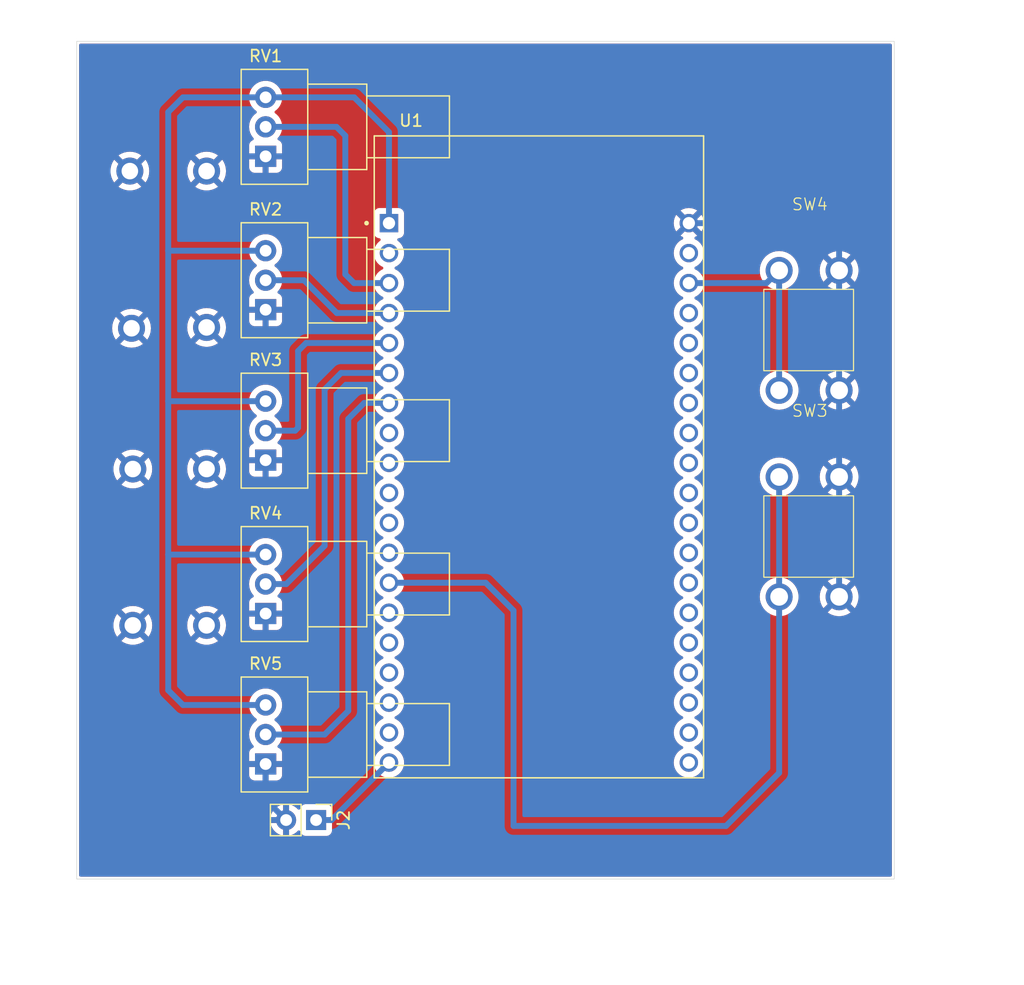
<source format=kicad_pcb>
(kicad_pcb (version 20240108) (generator "pcbnew") (generator_version "8.0")
  (layers (0 "F.Cu" signal) (31 "B.Cu" signal) (34 "B.Paste" user) (35 "F.Paste" user) (36 "B.SilkS" user "B.Silkscreen") (37 "F.SilkS" user "F.Silkscreen") (38 "B.Mask" user) (39 "F.Mask" user) (44 "Edge.Cuts" user))
  (net 0 "")
  (net 1 "GND")
  (net 3 "+5V")
  (net 4 "PINCH")
  (net 8 "Net-(U1-3V3)")
  (net 9 "Net-(U1-SENSOR_VP)")
  (net 10 "Net-(U1-SENSOR_VN)")
  (net 11 "Net-(U1-IO34)")
  (net 12 "Net-(U1-IO35)")
  (net 13 "Net-(U1-IO32)")
  (net 24 "CALIB")
  (footprint "ESP32:MODULE_ESP32-DEVKITC-32D" (layer "F.Cu") (at 156.9 81.42)
    (property "Reference" "U1" (at -10.829175 -28.446045 0) (layer "F.SilkS") (effects (font (size 1.000386 1.000386))))
    (property "Value" "ESP32-DEVKITC-32D")
    (fp_line (start -13.95 -27.15) (end 13.95 -27.15) (stroke (width 0.127)) (layer "F.SilkS"))
    (fp_line (start -13.95 27.25) (end -13.95 -27.15) (stroke (width 0.127)) (layer "F.SilkS"))
    (fp_line (start 13.95 -27.15) (end 13.95 27.25) (stroke (width 0.127)) (layer "F.SilkS"))
    (fp_line (start 13.95 27.25) (end -13.95 27.25) (stroke (width 0.127)) (layer "F.SilkS"))
    (fp_circle (center -14.6 -19.76) (end -14.5 -19.76) (stroke (width 0.2)) (fill none) (layer "F.SilkS"))
    (pad "J2-1" thru_hole rect (at -12.7 -19.76) (size 1.56 1.56) (drill 1.04) (layers "*.Cu" "*.Mask") (net 8 "Net-(U1-3V3)"))
    (pad "J2-2" thru_hole circle (at -12.7 -17.22) (size 1.56 1.56) (drill 1.04) (layers "*.Cu" "*.Mask"))
    (pad "J2-3" thru_hole circle (at -12.7 -14.68) (size 1.56 1.56) (drill 1.04) (layers "*.Cu" "*.Mask") (net 9 "Net-(U1-SENSOR_VP)"))
    (pad "J2-4" thru_hole circle (at -12.7 -12.14) (size 1.56 1.56) (drill 1.04) (layers "*.Cu" "*.Mask") (net 10 "Net-(U1-SENSOR_VN)"))
    (pad "J2-5" thru_hole circle (at -12.7 -9.6) (size 1.56 1.56) (drill 1.04) (layers "*.Cu" "*.Mask") (net 11 "Net-(U1-IO34)"))
    (pad "J2-6" thru_hole circle (at -12.7 -7.06) (size 1.56 1.56) (drill 1.04) (layers "*.Cu" "*.Mask") (net 12 "Net-(U1-IO35)"))
    (pad "J2-7" thru_hole circle (at -12.7 -4.52) (size 1.56 1.56) (drill 1.04) (layers "*.Cu" "*.Mask") (net 13 "Net-(U1-IO32)"))
    (pad "J2-8" thru_hole circle (at -12.7 -1.98) (size 1.56 1.56) (drill 1.04) (layers "*.Cu" "*.Mask"))
    (pad "J2-9" thru_hole circle (at -12.7 0.56) (size 1.56 1.56) (drill 1.04) (layers "*.Cu" "*.Mask"))
    (pad "J2-10" thru_hole circle (at -12.7 3.1) (size 1.56 1.56) (drill 1.04) (layers "*.Cu" "*.Mask"))
    (pad "J2-11" thru_hole circle (at -12.7 5.64) (size 1.56 1.56) (drill 1.04) (layers "*.Cu" "*.Mask"))
    (pad "J2-12" thru_hole circle (at -12.7 8.18) (size 1.56 1.56) (drill 1.04) (layers "*.Cu" "*.Mask"))
    (pad "J2-13" thru_hole circle (at -12.7 10.72) (size 1.56 1.56) (drill 1.04) (layers "*.Cu" "*.Mask") (net 24 "CALIB"))
    (pad "J2-14" thru_hole circle (at -12.7 13.26) (size 1.56 1.56) (drill 1.04) (layers "*.Cu" "*.Mask"))
    (pad "J2-15" thru_hole circle (at -12.7 15.8) (size 1.56 1.56) (drill 1.04) (layers "*.Cu" "*.Mask"))
    (pad "J2-16" thru_hole circle (at -12.7 18.34) (size 1.56 1.56) (drill 1.04) (layers "*.Cu" "*.Mask"))
    (pad "J2-17" thru_hole circle (at -12.7 20.88) (size 1.56 1.56) (drill 1.04) (layers "*.Cu" "*.Mask"))
    (pad "J2-18" thru_hole circle (at -12.7 23.42) (size 1.56 1.56) (drill 1.04) (layers "*.Cu" "*.Mask"))
    (pad "J2-19" thru_hole circle (at -12.7 25.96) (size 1.56 1.56) (drill 1.04) (layers "*.Cu" "*.Mask") (net 3 "+5V"))
    (pad "J3-1" thru_hole circle (at 12.7 -19.76) (size 1.56 1.56) (drill 1.04) (layers "*.Cu" "*.Mask") (net 1 "GND"))
    (pad "J3-2" thru_hole circle (at 12.7 -17.22) (size 1.56 1.56) (drill 1.04) (layers "*.Cu" "*.Mask"))
    (pad "J3-3" thru_hole circle (at 12.7 -14.68) (size 1.56 1.56) (drill 1.04) (layers "*.Cu" "*.Mask") (net 4 "PINCH"))
    (pad "J3-4" thru_hole circle (at 12.7 -12.14) (size 1.56 1.56) (drill 1.04) (layers "*.Cu" "*.Mask"))
    (pad "J3-5" thru_hole circle (at 12.7 -9.6) (size 1.56 1.56) (drill 1.04) (layers "*.Cu" "*.Mask"))
    (pad "J3-6" thru_hole circle (at 12.7 -7.06) (size 1.56 1.56) (drill 1.04) (layers "*.Cu" "*.Mask"))
    (pad "J3-7" thru_hole circle (at 12.7 -4.52) (size 1.56 1.56) (drill 1.04) (layers "*.Cu" "*.Mask"))
    (pad "J3-8" thru_hole circle (at 12.7 -1.98) (size 1.56 1.56) (drill 1.04) (layers "*.Cu" "*.Mask"))
    (pad "J3-9" thru_hole circle (at 12.7 0.56) (size 1.56 1.56) (drill 1.04) (layers "*.Cu" "*.Mask"))
    (pad "J3-10" thru_hole circle (at 12.7 3.1) (size 1.56 1.56) (drill 1.04) (layers "*.Cu" "*.Mask"))
    (pad "J3-11" thru_hole circle (at 12.7 5.64) (size 1.56 1.56) (drill 1.04) (layers "*.Cu" "*.Mask"))
    (pad "J3-12" thru_hole circle (at 12.7 8.18) (size 1.56 1.56) (drill 1.04) (layers "*.Cu" "*.Mask"))
    (pad "J3-13" thru_hole circle (at 12.7 10.72) (size 1.56 1.56) (drill 1.04) (layers "*.Cu" "*.Mask"))
    (pad "J3-14" thru_hole circle (at 12.7 13.26) (size 1.56 1.56) (drill 1.04) (layers "*.Cu" "*.Mask"))
    (pad "J3-15" thru_hole circle (at 12.7 15.8) (size 1.56 1.56) (drill 1.04) (layers "*.Cu" "*.Mask"))
    (pad "J3-16" thru_hole circle (at 12.7 18.34) (size 1.56 1.56) (drill 1.04) (layers "*.Cu" "*.Mask"))
    (pad "J3-17" thru_hole circle (at 12.7 20.88) (size 1.56 1.56) (drill 1.04) (layers "*.Cu" "*.Mask"))
    (pad "J3-18" thru_hole circle (at 12.7 23.42) (size 1.56 1.56) (drill 1.04) (layers "*.Cu" "*.Mask"))
    (pad "J3-19" thru_hole circle (at 12.7 25.96) (size 1.56 1.56) (drill 1.04) (layers "*.Cu" "*.Mask"))
  )
  (footprint "test_foot:THR_pin1" (layer "F.Cu") (at 128.75 57.25 90)
    (property "Reference" "J9" (hide yes))
    (property "Value" "Conn_01x01_Pin" (hide yes))
    (pad "1" thru_hole circle (at 0 0 90) (size 2.286 2.286) (drill 1.4) (layers "*.Cu" "*.Mask") (net 1 "GND"))
  )
  (footprint "Potentiometer_THT:Potentiometer_Alps_RK09Y11_Single_Horizontal" (layer "F.Cu") (at 133.75 56 180)
    (property "Reference" "RV1" (at 0 8.5 0) (layer "F.SilkS"))
    (property "Value" "R_Potentiometer")
    (fp_line (start 2.071 7.37) (end 2.071 -2.37) (stroke (width 0.12)) (layer "F.SilkS"))
    (fp_line (start 2.071 7.37) (end -3.57 7.37) (stroke (width 0.12)) (layer "F.SilkS"))
    (fp_line (start 2.071 -2.37) (end -3.57 -2.37) (stroke (width 0.12)) (layer "F.SilkS"))
    (fp_line (start -3.57 7.37) (end -3.57 -2.37) (stroke (width 0.12)) (layer "F.SilkS"))
    (fp_line (start -3.57 6.12) (end -8.57 6.12) (stroke (width 0.12)) (layer "F.SilkS"))
    (fp_line (start -3.57 -1.12) (end -8.57 -1.12) (stroke (width 0.12)) (layer "F.SilkS"))
    (fp_line (start -8.57 6.12) (end -8.57 -1.12) (stroke (width 0.12)) (layer "F.SilkS"))
    (fp_line (start -8.57 5.12) (end -15.57 5.12) (stroke (width 0.12)) (layer "F.SilkS"))
    (fp_line (start -8.57 -0.12) (end -15.57 -0.12) (stroke (width 0.12)) (layer "F.SilkS"))
    (fp_line (start -15.57 5.12) (end -15.57 -0.12) (stroke (width 0.12)) (layer "F.SilkS"))
    (pad "1" thru_hole rect (at 0 0) (size 1.8 1.8) (drill 1) (layers "*.Cu" "*.Mask") (net 1 "GND"))
    (pad "2" thru_hole circle (at 0 2.5) (size 1.8 1.8) (drill 1) (layers "*.Cu" "*.Mask") (net 9 "Net-(U1-SENSOR_VP)"))
    (pad "3" thru_hole circle (at 0 5) (size 1.8 1.8) (drill 1) (layers "*.Cu" "*.Mask") (net 8 "Net-(U1-3V3)"))
  )
  (footprint "test_foot:THR_pin1" (layer "F.Cu") (at 128.75 70.5)
    (property "Reference" "J7" (hide yes))
    (property "Value" "Conn_01x01_Pin" (hide yes))
    (pad "1" thru_hole circle (at 0 0) (size 2.286 2.286) (drill 1.4) (layers "*.Cu" "*.Mask") (net 1 "GND"))
  )
  (footprint "test_foot:THR_pin1" (layer "F.Cu") (at 122.5 82.5 90)
    (property "Reference" "J1" (hide yes))
    (property "Value" "Conn_01x01_Pin" (hide yes))
    (pad "1" thru_hole circle (at 0 0 90) (size 2.286 2.286) (drill 1.4) (layers "*.Cu" "*.Mask") (net 1 "GND"))
  )
  (footprint "test_foot:THR_pin1" (layer "F.Cu") (at 128.75 82.5 90)
    (property "Reference" "J6" (hide yes))
    (property "Value" "Conn_01x01_Pin" (hide yes))
    (pad "1" thru_hole circle (at 0 0 90) (size 2.286 2.286) (drill 1.4) (layers "*.Cu" "*.Mask") (net 1 "GND"))
  )
  (footprint "test_foot:THR_pin1" (layer "F.Cu") (at 122.25 57.25 90)
    (property "Reference" "J5" (hide yes))
    (property "Value" "Conn_01x01_Pin" (hide yes))
    (pad "1" thru_hole circle (at 0 0 90) (size 2.286 2.286) (drill 1.4) (layers "*.Cu" "*.Mask") (net 1 "GND"))
  )
  (footprint "test_foot:button_4pin" (layer "F.Cu") (at 177.25 83.17)
    (property "Reference" "SW3" (at 2.6 -5.6 0) (layer "F.SilkS") (effects (font (thickness 0.1))))
    (property "Value" "SW_MEC_5E")
    (fp_rect (start -1.3 1.6) (end 6.3 8.5) (stroke (width 0.1)) (fill none) (layer "F.SilkS"))
    (pad "1" thru_hole circle (at 0 0) (size 2.286 2.286) (drill 1.5) (layers "*.Cu" "*.Mask") (net 24 "CALIB"))
    (pad "2" thru_hole circle (at 0 10.16) (size 2.286 2.286) (drill 1.5) (layers "*.Cu" "*.Mask") (net 24 "CALIB"))
    (pad "3" thru_hole circle (at 5.08 0) (size 2.286 2.286) (drill 1.5) (layers "*.Cu" "*.Mask") (net 1 "GND"))
    (pad "4" thru_hole circle (at 5.08 10.16) (size 2.286 2.286) (drill 1.5) (layers "*.Cu" "*.Mask") (net 1 "GND"))
  )
  (footprint "test_foot:THR_pin1" (layer "F.Cu") (at 122.392 70.572)
    (property "Reference" "J3" (hide yes))
    (property "Value" "Conn_01x01_Pin" (hide yes))
    (pad "1" thru_hole circle (at 0 0) (size 2.286 2.286) (drill 1.4) (layers "*.Cu" "*.Mask") (net 1 "GND"))
  )
  (footprint "test_foot:THR_pin1" (layer "F.Cu") (at 128.75 95.75 90)
    (property "Reference" "J4" (hide yes))
    (property "Value" "Conn_01x01_Pin" (hide yes))
    (pad "1" thru_hole circle (at 0 0 90) (size 2.286 2.286) (drill 1.4) (layers "*.Cu" "*.Mask") (net 1 "GND"))
  )
  (footprint "Potentiometer_THT:Potentiometer_Alps_RK09Y11_Single_Horizontal" (layer "F.Cu") (at 133.75 69 180)
    (property "Reference" "RV2" (at 0 8.5 0) (layer "F.SilkS"))
    (property "Value" "R_Potentiometer")
    (fp_line (start 2.071 7.37) (end 2.071 -2.37) (stroke (width 0.12)) (layer "F.SilkS"))
    (fp_line (start 2.071 7.37) (end -3.57 7.37) (stroke (width 0.12)) (layer "F.SilkS"))
    (fp_line (start 2.071 -2.37) (end -3.57 -2.37) (stroke (width 0.12)) (layer "F.SilkS"))
    (fp_line (start -3.57 7.37) (end -3.57 -2.37) (stroke (width 0.12)) (layer "F.SilkS"))
    (fp_line (start -3.57 6.12) (end -8.57 6.12) (stroke (width 0.12)) (layer "F.SilkS"))
    (fp_line (start -3.57 -1.12) (end -8.57 -1.12) (stroke (width 0.12)) (layer "F.SilkS"))
    (fp_line (start -8.57 6.12) (end -8.57 -1.12) (stroke (width 0.12)) (layer "F.SilkS"))
    (fp_line (start -8.57 5.12) (end -15.57 5.12) (stroke (width 0.12)) (layer "F.SilkS"))
    (fp_line (start -8.57 -0.12) (end -15.57 -0.12) (stroke (width 0.12)) (layer "F.SilkS"))
    (fp_line (start -15.57 5.12) (end -15.57 -0.12) (stroke (width 0.12)) (layer "F.SilkS"))
    (pad "1" thru_hole rect (at 0 0) (size 1.8 1.8) (drill 1) (layers "*.Cu" "*.Mask") (net 1 "GND"))
    (pad "2" thru_hole circle (at 0 2.5) (size 1.8 1.8) (drill 1) (layers "*.Cu" "*.Mask") (net 10 "Net-(U1-SENSOR_VN)"))
    (pad "3" thru_hole circle (at 0 5) (size 1.8 1.8) (drill 1) (layers "*.Cu" "*.Mask") (net 8 "Net-(U1-3V3)"))
  )
  (footprint "Connector_PinHeader_2.54mm:PinHeader_1x02_P2.54mm_Vertical" (layer "F.Cu") (at 138.025 112.25 -90)
    (property "Reference" "J2" (at 0 -2.33 90) (layer "F.SilkS"))
    (property "Value" "Conn_01x02_Pin")
    (fp_line (start -1.33 3.87) (end 1.33 3.87) (stroke (width 0.12)) (layer "F.SilkS"))
    (fp_line (start -1.33 1.27) (end -1.33 3.87) (stroke (width 0.12)) (layer "F.SilkS"))
    (fp_line (start -1.33 1.27) (end 1.33 1.27) (stroke (width 0.12)) (layer "F.SilkS"))
    (fp_line (start 1.33 1.27) (end 1.33 3.87) (stroke (width 0.12)) (layer "F.SilkS"))
    (fp_line (start -1.33 0) (end -1.33 -1.33) (stroke (width 0.12)) (layer "F.SilkS"))
    (fp_line (start -1.33 -1.33) (end 0 -1.33) (stroke (width 0.12)) (layer "F.SilkS"))
    (pad "1" thru_hole rect (at 0 0 270) (size 1.7 1.7) (drill 1) (layers "*.Cu" "*.Mask") (net 3 "+5V"))
    (pad "2" thru_hole oval (at 0 2.54 270) (size 1.7 1.7) (drill 1) (layers "*.Cu" "*.Mask") (net 1 "GND"))
  )
  (footprint "Potentiometer_THT:Potentiometer_Alps_RK09Y11_Single_Horizontal" (layer "F.Cu") (at 133.75 81.75 180)
    (property "Reference" "RV3" (at 0 8.5 0) (layer "F.SilkS"))
    (property "Value" "R_Potentiometer")
    (fp_line (start 2.071 7.37) (end 2.071 -2.37) (stroke (width 0.12)) (layer "F.SilkS"))
    (fp_line (start 2.071 7.37) (end -3.57 7.37) (stroke (width 0.12)) (layer "F.SilkS"))
    (fp_line (start 2.071 -2.37) (end -3.57 -2.37) (stroke (width 0.12)) (layer "F.SilkS"))
    (fp_line (start -3.57 7.37) (end -3.57 -2.37) (stroke (width 0.12)) (layer "F.SilkS"))
    (fp_line (start -3.57 6.12) (end -8.57 6.12) (stroke (width 0.12)) (layer "F.SilkS"))
    (fp_line (start -3.57 -1.12) (end -8.57 -1.12) (stroke (width 0.12)) (layer "F.SilkS"))
    (fp_line (start -8.57 6.12) (end -8.57 -1.12) (stroke (width 0.12)) (layer "F.SilkS"))
    (fp_line (start -8.57 5.12) (end -15.57 5.12) (stroke (width 0.12)) (layer "F.SilkS"))
    (fp_line (start -8.57 -0.12) (end -15.57 -0.12) (stroke (width 0.12)) (layer "F.SilkS"))
    (fp_line (start -15.57 5.12) (end -15.57 -0.12) (stroke (width 0.12)) (layer "F.SilkS"))
    (pad "1" thru_hole rect (at 0 0) (size 1.8 1.8) (drill 1) (layers "*.Cu" "*.Mask") (net 1 "GND"))
    (pad "2" thru_hole circle (at 0 2.5) (size 1.8 1.8) (drill 1) (layers "*.Cu" "*.Mask") (net 11 "Net-(U1-IO34)"))
    (pad "3" thru_hole circle (at 0 5) (size 1.8 1.8) (drill 1) (layers "*.Cu" "*.Mask") (net 8 "Net-(U1-3V3)"))
  )
  (footprint "Potentiometer_THT:Potentiometer_Alps_RK09Y11_Single_Horizontal" (layer "F.Cu") (at 133.75 94.75 180)
    (property "Reference" "RV4" (at 0 8.5 0) (layer "F.SilkS"))
    (property "Value" "R_Potentiometer")
    (fp_line (start 2.071 7.37) (end 2.071 -2.37) (stroke (width 0.12)) (layer "F.SilkS"))
    (fp_line (start 2.071 7.37) (end -3.57 7.37) (stroke (width 0.12)) (layer "F.SilkS"))
    (fp_line (start 2.071 -2.37) (end -3.57 -2.37) (stroke (width 0.12)) (layer "F.SilkS"))
    (fp_line (start -3.57 7.37) (end -3.57 -2.37) (stroke (width 0.12)) (layer "F.SilkS"))
    (fp_line (start -3.57 6.12) (end -8.57 6.12) (stroke (width 0.12)) (layer "F.SilkS"))
    (fp_line (start -3.57 -1.12) (end -8.57 -1.12) (stroke (width 0.12)) (layer "F.SilkS"))
    (fp_line (start -8.57 6.12) (end -8.57 -1.12) (stroke (width 0.12)) (layer "F.SilkS"))
    (fp_line (start -8.57 5.12) (end -15.57 5.12) (stroke (width 0.12)) (layer "F.SilkS"))
    (fp_line (start -8.57 -0.12) (end -15.57 -0.12) (stroke (width 0.12)) (layer "F.SilkS"))
    (fp_line (start -15.57 5.12) (end -15.57 -0.12) (stroke (width 0.12)) (layer "F.SilkS"))
    (pad "1" thru_hole rect (at 0 0) (size 1.8 1.8) (drill 1) (layers "*.Cu" "*.Mask") (net 1 "GND"))
    (pad "2" thru_hole circle (at 0 2.5) (size 1.8 1.8) (drill 1) (layers "*.Cu" "*.Mask") (net 12 "Net-(U1-IO35)"))
    (pad "3" thru_hole circle (at 0 5) (size 1.8 1.8) (drill 1) (layers "*.Cu" "*.Mask") (net 8 "Net-(U1-3V3)"))
  )
  (footprint "test_foot:THR_pin1" (layer "F.Cu") (at 122.5 95.75 90)
    (property "Reference" "J8" (hide yes))
    (property "Value" "Conn_01x01_Pin" (hide yes))
    (pad "1" thru_hole circle (at 0 0 90) (size 2.286 2.286) (drill 1.4) (layers "*.Cu" "*.Mask") (net 1 "GND"))
  )
  (footprint "test_foot:button_4pin" (layer "F.Cu") (at 177.25 65.67)
    (property "Reference" "SW4" (at 2.6 -5.6 0) (layer "F.SilkS") (effects (font (thickness 0.1))))
    (property "Value" "SW_MEC_5E")
    (fp_rect (start -1.3 1.6) (end 6.3 8.5) (stroke (width 0.1)) (fill none) (layer "F.SilkS"))
    (pad "1" thru_hole circle (at 0 0) (size 2.286 2.286) (drill 1.5) (layers "*.Cu" "*.Mask") (net 4 "PINCH"))
    (pad "2" thru_hole circle (at 0 10.16) (size 2.286 2.286) (drill 1.5) (layers "*.Cu" "*.Mask") (net 4 "PINCH"))
    (pad "3" thru_hole circle (at 5.08 0) (size 2.286 2.286) (drill 1.5) (layers "*.Cu" "*.Mask") (net 1 "GND"))
    (pad "4" thru_hole circle (at 5.08 10.16) (size 2.286 2.286) (drill 1.5) (layers "*.Cu" "*.Mask") (net 1 "GND"))
  )
  (footprint "Potentiometer_THT:Potentiometer_Alps_RK09Y11_Single_Horizontal" (layer "F.Cu") (at 133.75 107.5 180)
    (property "Reference" "RV5" (at 0 8.5 0) (layer "F.SilkS"))
    (property "Value" "R_Potentiometer")
    (fp_line (start 2.071 7.37) (end 2.071 -2.37) (stroke (width 0.12)) (layer "F.SilkS"))
    (fp_line (start 2.071 7.37) (end -3.57 7.37) (stroke (width 0.12)) (layer "F.SilkS"))
    (fp_line (start 2.071 -2.37) (end -3.57 -2.37) (stroke (width 0.12)) (layer "F.SilkS"))
    (fp_line (start -3.57 7.37) (end -3.57 -2.37) (stroke (width 0.12)) (layer "F.SilkS"))
    (fp_line (start -3.57 6.12) (end -8.57 6.12) (stroke (width 0.12)) (layer "F.SilkS"))
    (fp_line (start -3.57 -1.12) (end -8.57 -1.12) (stroke (width 0.12)) (layer "F.SilkS"))
    (fp_line (start -8.57 6.12) (end -8.57 -1.12) (stroke (width 0.12)) (layer "F.SilkS"))
    (fp_line (start -8.57 5.12) (end -15.57 5.12) (stroke (width 0.12)) (layer "F.SilkS"))
    (fp_line (start -8.57 -0.12) (end -15.57 -0.12) (stroke (width 0.12)) (layer "F.SilkS"))
    (fp_line (start -15.57 5.12) (end -15.57 -0.12) (stroke (width 0.12)) (layer "F.SilkS"))
    (pad "1" thru_hole rect (at 0 0) (size 1.8 1.8) (drill 1) (layers "*.Cu" "*.Mask") (net 1 "GND"))
    (pad "2" thru_hole circle (at 0 2.5) (size 1.8 1.8) (drill 1) (layers "*.Cu" "*.Mask") (net 13 "Net-(U1-IO32)"))
    (pad "3" thru_hole circle (at 0 5) (size 1.8 1.8) (drill 1) (layers "*.Cu" "*.Mask") (net 8 "Net-(U1-3V3)"))
  )
  (gr_rect (start 117.75 46.25) (end 187 117.25) (stroke (width 0.05)) (fill none) (layer "Edge.Cuts"))
  (segment (start 182.33 63.08) (end 180.91 61.66) (width 0.5) (layer "B.Cu") (net 1))
  (segment (start 180.91 61.66) (end 169.6 61.66) (width 0.5) (layer "B.Cu") (net 1))
  (segment (start 182.33 65.67) (end 182.33 93.33) (width 0.5) (layer "B.Cu") (net 1))
  (segment (start 135.485 112.25) (end 133.75 110.515) (width 0.5) (layer "B.Cu") (net 1))
  (segment (start 133.75 110.515) (end 133.75 107.5) (width 0.5) (layer "B.Cu") (net 1))
  (segment (start 182.33 65.67) (end 182.33 63.08) (width 0.5) (layer "B.Cu") (net 1))
  (segment (start 139.33 112.25) (end 144.2 107.38) (width 0.5) (layer "B.Cu") (net 3))
  (segment (start 138.025 112.25) (end 139.33 112.25) (width 0.5) (layer "B.Cu") (net 3))
  (segment (start 169.6 66.74) (end 176.18 66.74) (width 0.5) (layer "B.Cu") (net 4))
  (segment (start 177.25 65.67) (end 177.25 75.83) (width 0.5) (layer "B.Cu") (net 4))
  (segment (start 176.18 66.74) (end 177.25 65.67) (width 0.5) (layer "B.Cu") (net 4))
  (segment (start 125.5 76.75) (end 125.5 89.75) (width 0.5) (layer "B.Cu") (net 8))
  (segment (start 144.2 61.66) (end 144.2 53.95) (width 0.5) (layer "B.Cu") (net 8))
  (segment (start 141.25 51) (end 133.75 51) (width 0.5) (layer "B.Cu") (net 8))
  (segment (start 125.5 64) (end 125.5 76.75) (width 0.5) (layer "B.Cu") (net 8))
  (segment (start 126.75 51) (end 125.5 52.25) (width 0.5) (layer "B.Cu") (net 8))
  (segment (start 133.75 76.75) (end 125.5 76.75) (width 0.5) (layer "B.Cu") (net 8))
  (segment (start 126.75 102.5) (end 133.75 102.5) (width 0.5) (layer "B.Cu") (net 8))
  (segment (start 125.5 52.25) (end 125.5 64) (width 0.5) (layer "B.Cu") (net 8))
  (segment (start 133.75 89.75) (end 125.5 89.75) (width 0.5) (layer "B.Cu") (net 8))
  (segment (start 133.75 64) (end 125.5 64) (width 0.5) (layer "B.Cu") (net 8))
  (segment (start 125.5 89.75) (end 125.5 101.25) (width 0.5) (layer "B.Cu") (net 8))
  (segment (start 133.75 51) (end 126.75 51) (width 0.5) (layer "B.Cu") (net 8))
  (segment (start 144.2 53.95) (end 141.25 51) (width 0.5) (layer "B.Cu") (net 8))
  (segment (start 125.5 101.25) (end 126.75 102.5) (width 0.5) (layer "B.Cu") (net 8))
  (segment (start 140.5 66) (end 141.24 66.74) (width 0.5) (layer "B.Cu") (net 9))
  (segment (start 141.24 66.74) (end 144.2 66.74) (width 0.5) (layer "B.Cu") (net 9))
  (segment (start 139.75 53.5) (end 140.5 54.25) (width 0.5) (layer "B.Cu") (net 9))
  (segment (start 133.75 53.5) (end 139.75 53.5) (width 0.5) (layer "B.Cu") (net 9))
  (segment (start 140.5 54.25) (end 140.5 66) (width 0.5) (layer "B.Cu") (net 9))
  (segment (start 137 66.5) (end 139.78 69.28) (width 0.5) (layer "B.Cu") (net 10))
  (segment (start 144.17 69.25) (end 144.2 69.28) (width 0.5) (layer "B.Cu") (net 10))
  (segment (start 139.78 69.28) (end 144.2 69.28) (width 0.5) (layer "B.Cu") (net 10))
  (segment (start 133.75 66.5) (end 137 66.5) (width 0.5) (layer "B.Cu") (net 10))
  (segment (start 136.25 79.25) (end 136.5 79) (width 0.5) (layer "B.Cu") (net 11))
  (segment (start 133.75 79.25) (end 136.25 79.25) (width 0.5) (layer "B.Cu") (net 11))
  (segment (start 136.5 72.5) (end 137.18 71.82) (width 0.5) (layer "B.Cu") (net 11))
  (segment (start 137.18 71.82) (end 144.2 71.82) (width 0.5) (layer "B.Cu") (net 11))
  (segment (start 136.5 79) (end 136.5 72.5) (width 0.5) (layer "B.Cu") (net 11))
  (segment (start 138.75 89) (end 135.5 92.25) (width 0.5) (layer "B.Cu") (net 12))
  (segment (start 140.14 74.36) (end 138.75 75.75) (width 0.5) (layer "B.Cu") (net 12))
  (segment (start 135.5 92.25) (end 133.75 92.25) (width 0.5) (layer "B.Cu") (net 12))
  (segment (start 144.2 74.36) (end 140.14 74.36) (width 0.5) (layer "B.Cu") (net 12))
  (segment (start 138.75 75.75) (end 138.75 89) (width 0.5) (layer "B.Cu") (net 12))
  (segment (start 140.75 78.25) (end 140.75 103) (width 0.5) (layer "B.Cu") (net 13))
  (segment (start 138.75 105) (end 133.75 105) (width 0.5) (layer "B.Cu") (net 13))
  (segment (start 142.1 76.9) (end 140.75 78.25) (width 0.5) (layer "B.Cu") (net 13))
  (segment (start 140.75 103) (end 138.75 105) (width 0.5) (layer "B.Cu") (net 13))
  (segment (start 144.2 76.9) (end 142.1 76.9) (width 0.5) (layer "B.Cu") (net 13))
  (segment (start 154.75 112.75) (end 154.75 94.5) (width 0.5) (layer "B.Cu") (net 24))
  (segment (start 152.39 92.14) (end 144.2 92.14) (width 0.5) (layer "B.Cu") (net 24))
  (segment (start 177.25 83.17) (end 177.25 93.33) (width 0.5) (layer "B.Cu") (net 24))
  (segment (start 177.25 93.33) (end 177.25 108.25) (width 0.5) (layer "B.Cu") (net 24))
  (segment (start 154.75 94.5) (end 152.39 92.14) (width 0.5) (layer "B.Cu") (net 24))
  (segment (start 172.75 112.75) (end 154.75 112.75) (width 0.5) (layer "B.Cu") (net 24))
  (segment (start 177.25 108.25) (end 172.75 112.75) (width 0.5) (layer "B.Cu") (net 24))
  (zone (net 1) (net_name "GND") (layers "F&B.Cu") (connect_pads (clearance 0.5)) (min_thickness 0.25) (fill yes (thermal_gap 0.5) (thermal_bridge_width 0.5))
    (polygon (pts (xy 111.25 42.75) (xy 111.25 126.25) (xy 198 126.25) (xy 198 44.25)))
  )
)
</source>
